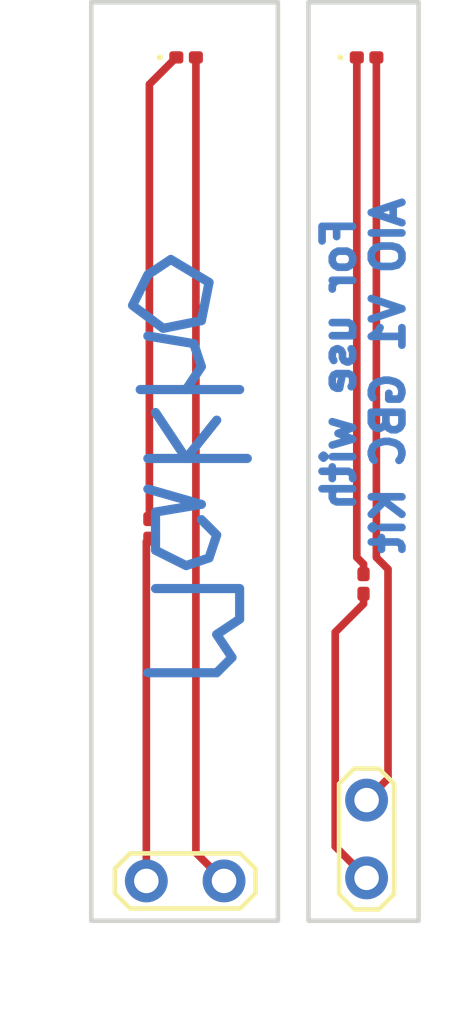
<source format=kicad_pcb>
(kicad_pcb (version 20171130) (host pcbnew 5.0.2-bee76a0~70~ubuntu18.10.1)

  (general
    (thickness 1.6)
    (drawings 9)
    (tracks 19)
    (zones 0)
    (modules 7)
    (nets 7)
  )

  (page A4)
  (layers
    (0 F.Cu signal)
    (31 B.Cu signal)
    (32 B.Adhes user)
    (33 F.Adhes user)
    (34 B.Paste user)
    (35 F.Paste user)
    (36 B.SilkS user)
    (37 F.SilkS user)
    (38 B.Mask user)
    (39 F.Mask user)
    (40 Dwgs.User user)
    (41 Cmts.User user)
    (42 Eco1.User user)
    (43 Eco2.User user)
    (44 Edge.Cuts user)
    (45 Margin user)
    (46 B.CrtYd user)
    (47 F.CrtYd user)
    (48 B.Fab user)
    (49 F.Fab user)
  )

  (setup
    (last_trace_width 0.25)
    (trace_clearance 0.2)
    (zone_clearance 0.508)
    (zone_45_only no)
    (trace_min 0.2)
    (segment_width 0.2)
    (edge_width 0.15)
    (via_size 0.8)
    (via_drill 0.4)
    (via_min_size 0.4)
    (via_min_drill 0.3)
    (uvia_size 0.3)
    (uvia_drill 0.1)
    (uvias_allowed no)
    (uvia_min_size 0.2)
    (uvia_min_drill 0.1)
    (pcb_text_width 0.3)
    (pcb_text_size 1.5 1.5)
    (mod_edge_width 0.15)
    (mod_text_size 1 1)
    (mod_text_width 0.15)
    (pad_size 1.524 1.524)
    (pad_drill 0.762)
    (pad_to_mask_clearance 0.051)
    (solder_mask_min_width 0.25)
    (aux_axis_origin 0 0)
    (visible_elements FFFFFF7F)
    (pcbplotparams
      (layerselection 0x010fc_ffffffff)
      (usegerberextensions false)
      (usegerberattributes false)
      (usegerberadvancedattributes false)
      (creategerberjobfile false)
      (excludeedgelayer true)
      (linewidth 0.100000)
      (plotframeref false)
      (viasonmask false)
      (mode 1)
      (useauxorigin false)
      (hpglpennumber 1)
      (hpglpenspeed 20)
      (hpglpendiameter 15.000000)
      (psnegative false)
      (psa4output false)
      (plotreference true)
      (plotvalue true)
      (plotinvisibletext false)
      (padsonsilk false)
      (subtractmaskfromsilk false)
      (outputformat 1)
      (mirror false)
      (drillshape 1)
      (scaleselection 1)
      (outputdirectory ""))
  )

  (net 0 "")
  (net 1 "Net-(D1-Pad1)")
  (net 2 "Net-(D1-Pad2)")
  (net 3 "Net-(D2-Pad2)")
  (net 4 "Net-(D2-Pad1)")
  (net 5 "Net-(R1-Pad2)")
  (net 6 "Net-(R2-Pad2)")

  (net_class Default "This is the default net class."
    (clearance 0.2)
    (trace_width 0.25)
    (via_dia 0.8)
    (via_drill 0.4)
    (uvia_dia 0.3)
    (uvia_drill 0.1)
    (add_net "Net-(D1-Pad1)")
    (add_net "Net-(D1-Pad2)")
    (add_net "Net-(D2-Pad1)")
    (add_net "Net-(D2-Pad2)")
    (add_net "Net-(R1-Pad2)")
    (add_net "Net-(R2-Pad2)")
  )

  (module LED_SMD:LED_0201_0603Metric (layer F.Cu) (tedit 5D59E083) (tstamp 5D666749)
    (at 127 61.8)
    (descr "LED SMD 0201 (0603 Metric), square (rectangular) end terminal, IPC_7351 nominal, (Body size source: https://www.vishay.com/docs/20052/crcw0201e3.pdf), generated with kicad-footprint-generator")
    (tags LED)
    (path /5D59DCCB)
    (attr smd)
    (fp_text reference D1 (at 0 -1.05) (layer F.SilkS) hide
      (effects (font (size 1 1) (thickness 0.15)))
    )
    (fp_text value LED (at 0 1.05) (layer F.Fab)
      (effects (font (size 1 1) (thickness 0.15)))
    )
    (fp_circle (center -0.86 0) (end -0.81 0) (layer F.SilkS) (width 0.1))
    (fp_line (start -0.3 0.15) (end -0.3 -0.15) (layer F.Fab) (width 0.1))
    (fp_line (start -0.3 -0.15) (end 0.3 -0.15) (layer F.Fab) (width 0.1))
    (fp_line (start 0.3 -0.15) (end 0.3 0.15) (layer F.Fab) (width 0.1))
    (fp_line (start 0.3 0.15) (end -0.3 0.15) (layer F.Fab) (width 0.1))
    (fp_line (start -0.2 0.15) (end -0.2 -0.15) (layer F.Fab) (width 0.1))
    (fp_line (start -0.1 0.15) (end -0.1 -0.15) (layer F.Fab) (width 0.1))
    (fp_line (start -0.7 0.35) (end -0.7 -0.35) (layer F.CrtYd) (width 0.05))
    (fp_line (start -0.7 -0.35) (end 0.7 -0.35) (layer F.CrtYd) (width 0.05))
    (fp_line (start 0.7 -0.35) (end 0.7 0.35) (layer F.CrtYd) (width 0.05))
    (fp_line (start 0.7 0.35) (end -0.7 0.35) (layer F.CrtYd) (width 0.05))
    (fp_text user %R (at 0 -0.68) (layer F.Fab)
      (effects (font (size 0.25 0.25) (thickness 0.04)))
    )
    (pad "" smd roundrect (at -0.345 0) (size 0.318 0.36) (layers F.Paste) (roundrect_rratio 0.25))
    (pad "" smd roundrect (at 0.345 0) (size 0.318 0.36) (layers F.Paste) (roundrect_rratio 0.25))
    (pad 1 smd roundrect (at -0.32 0) (size 0.46 0.4) (layers F.Cu F.Mask) (roundrect_rratio 0.25)
      (net 1 "Net-(D1-Pad1)"))
    (pad 2 smd roundrect (at 0.32 0) (size 0.46 0.4) (layers F.Cu F.Mask) (roundrect_rratio 0.25)
      (net 2 "Net-(D1-Pad2)"))
    (model ${KISYS3DMOD}/LED_SMD.3dshapes/LED_0201_0603Metric.wrl
      (at (xyz 0 0 0))
      (scale (xyz 1 1 1))
      (rotate (xyz 0 0 0))
    )
  )

  (module LED_SMD:LED_0201_0603Metric (layer F.Cu) (tedit 5D59E087) (tstamp 5D66675D)
    (at 121.1 61.8)
    (descr "LED SMD 0201 (0603 Metric), square (rectangular) end terminal, IPC_7351 nominal, (Body size source: https://www.vishay.com/docs/20052/crcw0201e3.pdf), generated with kicad-footprint-generator")
    (tags LED)
    (path /5D59DD18)
    (attr smd)
    (fp_text reference D2 (at 0 -1.05) (layer F.SilkS) hide
      (effects (font (size 1 1) (thickness 0.15)))
    )
    (fp_text value LED (at 0 1.05) (layer F.Fab)
      (effects (font (size 1 1) (thickness 0.15)))
    )
    (fp_text user %R (at 0 -0.68) (layer F.Fab)
      (effects (font (size 0.25 0.25) (thickness 0.04)))
    )
    (fp_line (start 0.7 0.35) (end -0.7 0.35) (layer F.CrtYd) (width 0.05))
    (fp_line (start 0.7 -0.35) (end 0.7 0.35) (layer F.CrtYd) (width 0.05))
    (fp_line (start -0.7 -0.35) (end 0.7 -0.35) (layer F.CrtYd) (width 0.05))
    (fp_line (start -0.7 0.35) (end -0.7 -0.35) (layer F.CrtYd) (width 0.05))
    (fp_line (start -0.1 0.15) (end -0.1 -0.15) (layer F.Fab) (width 0.1))
    (fp_line (start -0.2 0.15) (end -0.2 -0.15) (layer F.Fab) (width 0.1))
    (fp_line (start 0.3 0.15) (end -0.3 0.15) (layer F.Fab) (width 0.1))
    (fp_line (start 0.3 -0.15) (end 0.3 0.15) (layer F.Fab) (width 0.1))
    (fp_line (start -0.3 -0.15) (end 0.3 -0.15) (layer F.Fab) (width 0.1))
    (fp_line (start -0.3 0.15) (end -0.3 -0.15) (layer F.Fab) (width 0.1))
    (fp_circle (center -0.86 0) (end -0.81 0) (layer F.SilkS) (width 0.1))
    (pad 2 smd roundrect (at 0.32 0) (size 0.46 0.4) (layers F.Cu F.Mask) (roundrect_rratio 0.25)
      (net 3 "Net-(D2-Pad2)"))
    (pad 1 smd roundrect (at -0.32 0) (size 0.46 0.4) (layers F.Cu F.Mask) (roundrect_rratio 0.25)
      (net 4 "Net-(D2-Pad1)"))
    (pad "" smd roundrect (at 0.345 0) (size 0.318 0.36) (layers F.Paste) (roundrect_rratio 0.25))
    (pad "" smd roundrect (at -0.345 0) (size 0.318 0.36) (layers F.Paste) (roundrect_rratio 0.25))
    (model ${KISYS3DMOD}/LED_SMD.3dshapes/LED_0201_0603Metric.wrl
      (at (xyz 0 0 0))
      (scale (xyz 1 1 1))
      (rotate (xyz 0 0 0))
    )
  )

  (module Resistor_SMD:R_0201_0603Metric (layer F.Cu) (tedit 5D59E08E) (tstamp 5D66676E)
    (at 126.9 79 270)
    (descr "Resistor SMD 0201 (0603 Metric), square (rectangular) end terminal, IPC_7351 nominal, (Body size source: https://www.vishay.com/docs/20052/crcw0201e3.pdf), generated with kicad-footprint-generator")
    (tags resistor)
    (path /5D59DD69)
    (attr smd)
    (fp_text reference R1 (at 0 -1.05 270) (layer F.SilkS) hide
      (effects (font (size 1 1) (thickness 0.15)))
    )
    (fp_text value R (at 0 1.05 270) (layer F.Fab)
      (effects (font (size 1 1) (thickness 0.15)))
    )
    (fp_line (start -0.3 0.15) (end -0.3 -0.15) (layer F.Fab) (width 0.1))
    (fp_line (start -0.3 -0.15) (end 0.3 -0.15) (layer F.Fab) (width 0.1))
    (fp_line (start 0.3 -0.15) (end 0.3 0.15) (layer F.Fab) (width 0.1))
    (fp_line (start 0.3 0.15) (end -0.3 0.15) (layer F.Fab) (width 0.1))
    (fp_line (start -0.7 0.35) (end -0.7 -0.35) (layer F.CrtYd) (width 0.05))
    (fp_line (start -0.7 -0.35) (end 0.7 -0.35) (layer F.CrtYd) (width 0.05))
    (fp_line (start 0.7 -0.35) (end 0.7 0.35) (layer F.CrtYd) (width 0.05))
    (fp_line (start 0.7 0.35) (end -0.7 0.35) (layer F.CrtYd) (width 0.05))
    (fp_text user %R (at 0 -0.68 270) (layer F.Fab)
      (effects (font (size 0.25 0.25) (thickness 0.04)))
    )
    (pad "" smd roundrect (at -0.345 0 270) (size 0.318 0.36) (layers F.Paste) (roundrect_rratio 0.25))
    (pad "" smd roundrect (at 0.345 0 270) (size 0.318 0.36) (layers F.Paste) (roundrect_rratio 0.25))
    (pad 1 smd roundrect (at -0.32 0 270) (size 0.46 0.4) (layers F.Cu F.Mask) (roundrect_rratio 0.25)
      (net 1 "Net-(D1-Pad1)"))
    (pad 2 smd roundrect (at 0.32 0 270) (size 0.46 0.4) (layers F.Cu F.Mask) (roundrect_rratio 0.25)
      (net 5 "Net-(R1-Pad2)"))
    (model ${KISYS3DMOD}/Resistor_SMD.3dshapes/R_0201_0603Metric.wrl
      (at (xyz 0 0 0))
      (scale (xyz 1 1 1))
      (rotate (xyz 0 0 0))
    )
  )

  (module Resistor_SMD:R_0201_0603Metric (layer F.Cu) (tedit 5D59E09B) (tstamp 5D66677F)
    (at 119.9 77.2 270)
    (descr "Resistor SMD 0201 (0603 Metric), square (rectangular) end terminal, IPC_7351 nominal, (Body size source: https://www.vishay.com/docs/20052/crcw0201e3.pdf), generated with kicad-footprint-generator")
    (tags resistor)
    (path /5D59DDB4)
    (attr smd)
    (fp_text reference R2 (at 0 -1.05 270) (layer F.SilkS) hide
      (effects (font (size 1 1) (thickness 0.15)))
    )
    (fp_text value R (at 0 1.05 270) (layer F.Fab)
      (effects (font (size 1 1) (thickness 0.15)))
    )
    (fp_text user %R (at 0 -0.68 270) (layer F.Fab)
      (effects (font (size 0.25 0.25) (thickness 0.04)))
    )
    (fp_line (start 0.7 0.35) (end -0.7 0.35) (layer F.CrtYd) (width 0.05))
    (fp_line (start 0.7 -0.35) (end 0.7 0.35) (layer F.CrtYd) (width 0.05))
    (fp_line (start -0.7 -0.35) (end 0.7 -0.35) (layer F.CrtYd) (width 0.05))
    (fp_line (start -0.7 0.35) (end -0.7 -0.35) (layer F.CrtYd) (width 0.05))
    (fp_line (start 0.3 0.15) (end -0.3 0.15) (layer F.Fab) (width 0.1))
    (fp_line (start 0.3 -0.15) (end 0.3 0.15) (layer F.Fab) (width 0.1))
    (fp_line (start -0.3 -0.15) (end 0.3 -0.15) (layer F.Fab) (width 0.1))
    (fp_line (start -0.3 0.15) (end -0.3 -0.15) (layer F.Fab) (width 0.1))
    (pad 2 smd roundrect (at 0.32 0 270) (size 0.46 0.4) (layers F.Cu F.Mask) (roundrect_rratio 0.25)
      (net 6 "Net-(R2-Pad2)"))
    (pad 1 smd roundrect (at -0.32 0 270) (size 0.46 0.4) (layers F.Cu F.Mask) (roundrect_rratio 0.25)
      (net 4 "Net-(D2-Pad1)"))
    (pad "" smd roundrect (at 0.345 0 270) (size 0.318 0.36) (layers F.Paste) (roundrect_rratio 0.25))
    (pad "" smd roundrect (at -0.345 0 270) (size 0.318 0.36) (layers F.Paste) (roundrect_rratio 0.25))
    (model ${KISYS3DMOD}/Resistor_SMD.3dshapes/R_0201_0603Metric.wrl
      (at (xyz 0 0 0))
      (scale (xyz 1 1 1))
      (rotate (xyz 0 0 0))
    )
  )

  (module TestPoint:TestPoint_2Pads_Pitch2.54mm_Drill0.8mm (layer F.Cu) (tedit 5D59E093) (tstamp 5D666796)
    (at 127 88.6 90)
    (descr "Test point with 2 pins, pitch 2.54mm, drill diameter 0.8mm")
    (tags "CONN DEV")
    (path /5D59DE89)
    (attr virtual)
    (fp_text reference TP1 (at 1.3 -2 90) (layer F.SilkS) hide
      (effects (font (size 1 1) (thickness 0.15)))
    )
    (fp_text value TestPoint_2Pole (at 1.27 2 90) (layer F.Fab)
      (effects (font (size 1 1) (thickness 0.15)))
    )
    (fp_text user %R (at 1.3 -2 90) (layer F.Fab)
      (effects (font (size 1 1) (thickness 0.15)))
    )
    (fp_line (start -0.65 1.15) (end 3.15 1.15) (layer F.CrtYd) (width 0.05))
    (fp_line (start 3.15 1.15) (end 3.8 0.5) (layer F.CrtYd) (width 0.05))
    (fp_line (start 3.8 0.5) (end 3.8 -0.5) (layer F.CrtYd) (width 0.05))
    (fp_line (start 3.8 -0.5) (end 3.15 -1.15) (layer F.CrtYd) (width 0.05))
    (fp_line (start 3.15 -1.15) (end -0.65 -1.15) (layer F.CrtYd) (width 0.05))
    (fp_line (start -0.65 -1.15) (end -1.3 -0.5) (layer F.CrtYd) (width 0.05))
    (fp_line (start -1.3 -0.5) (end -1.3 0.5) (layer F.CrtYd) (width 0.05))
    (fp_line (start -1.3 0.5) (end -0.65 1.15) (layer F.CrtYd) (width 0.05))
    (fp_line (start -0.53 -0.9) (end 3.07 -0.9) (layer F.SilkS) (width 0.15))
    (fp_line (start 3.07 -0.9) (end 3.57 -0.4) (layer F.SilkS) (width 0.15))
    (fp_line (start 3.57 -0.4) (end 3.57 0.4) (layer F.SilkS) (width 0.15))
    (fp_line (start 3.57 0.4) (end 3.07 0.9) (layer F.SilkS) (width 0.15))
    (fp_line (start 3.07 0.9) (end -0.53 0.9) (layer F.SilkS) (width 0.15))
    (fp_line (start -0.53 0.9) (end -1.03 0.4) (layer F.SilkS) (width 0.15))
    (fp_line (start -1.03 0.4) (end -1.03 -0.4) (layer F.SilkS) (width 0.15))
    (fp_line (start -1.03 -0.4) (end -0.53 -0.9) (layer F.SilkS) (width 0.15))
    (pad 1 thru_hole circle (at 0 0 90) (size 1.4 1.4) (drill 0.8) (layers *.Cu *.Mask)
      (net 5 "Net-(R1-Pad2)"))
    (pad 2 thru_hole circle (at 2.54 0 90) (size 1.4 1.4) (drill 0.8) (layers *.Cu *.Mask)
      (net 2 "Net-(D1-Pad2)"))
  )

  (module TestPoint:TestPoint_2Pads_Pitch2.54mm_Drill0.8mm (layer F.Cu) (tedit 5D59E097) (tstamp 5D6667AD)
    (at 119.8 88.7)
    (descr "Test point with 2 pins, pitch 2.54mm, drill diameter 0.8mm")
    (tags "CONN DEV")
    (path /5D59DEFA)
    (attr virtual)
    (fp_text reference TP2 (at 1.3 -2) (layer F.SilkS) hide
      (effects (font (size 1 1) (thickness 0.15)))
    )
    (fp_text value TestPoint_2Pole (at 1.27 2) (layer F.Fab)
      (effects (font (size 1 1) (thickness 0.15)))
    )
    (fp_line (start -1.03 -0.4) (end -0.53 -0.9) (layer F.SilkS) (width 0.15))
    (fp_line (start -1.03 0.4) (end -1.03 -0.4) (layer F.SilkS) (width 0.15))
    (fp_line (start -0.53 0.9) (end -1.03 0.4) (layer F.SilkS) (width 0.15))
    (fp_line (start 3.07 0.9) (end -0.53 0.9) (layer F.SilkS) (width 0.15))
    (fp_line (start 3.57 0.4) (end 3.07 0.9) (layer F.SilkS) (width 0.15))
    (fp_line (start 3.57 -0.4) (end 3.57 0.4) (layer F.SilkS) (width 0.15))
    (fp_line (start 3.07 -0.9) (end 3.57 -0.4) (layer F.SilkS) (width 0.15))
    (fp_line (start -0.53 -0.9) (end 3.07 -0.9) (layer F.SilkS) (width 0.15))
    (fp_line (start -1.3 0.5) (end -0.65 1.15) (layer F.CrtYd) (width 0.05))
    (fp_line (start -1.3 -0.5) (end -1.3 0.5) (layer F.CrtYd) (width 0.05))
    (fp_line (start -0.65 -1.15) (end -1.3 -0.5) (layer F.CrtYd) (width 0.05))
    (fp_line (start 3.15 -1.15) (end -0.65 -1.15) (layer F.CrtYd) (width 0.05))
    (fp_line (start 3.8 -0.5) (end 3.15 -1.15) (layer F.CrtYd) (width 0.05))
    (fp_line (start 3.8 0.5) (end 3.8 -0.5) (layer F.CrtYd) (width 0.05))
    (fp_line (start 3.15 1.15) (end 3.8 0.5) (layer F.CrtYd) (width 0.05))
    (fp_line (start -0.65 1.15) (end 3.15 1.15) (layer F.CrtYd) (width 0.05))
    (fp_text user %R (at 1.3 -2) (layer F.Fab)
      (effects (font (size 1 1) (thickness 0.15)))
    )
    (pad 2 thru_hole circle (at 2.54 0) (size 1.4 1.4) (drill 0.8) (layers *.Cu *.Mask)
      (net 3 "Net-(D2-Pad2)"))
    (pad 1 thru_hole circle (at 0 0) (size 1.4 1.4) (drill 0.8) (layers *.Cu *.Mask)
      (net 6 "Net-(R2-Pad2)"))
  )

  (module misc_footprints:makho (layer B.Cu) (tedit 5CEA0DD7) (tstamp 5D667192)
    (at 121.1 75.4 90)
    (fp_text reference REF** (at -3 -4 90) (layer B.SilkS) hide
      (effects (font (size 1 1) (thickness 0.15)) (justify mirror))
    )
    (fp_text value makho (at 0 3.25 90) (layer B.Fab)
      (effects (font (size 1 1) (thickness 0.15)) (justify mirror))
    )
    (fp_line (start 7 -0.5) (end 6.25 0.75) (layer B.Cu) (width 0.3))
    (fp_line (start 6.5 -1.25) (end 7 -0.5) (layer B.Cu) (width 0.3))
    (fp_line (start 5.5 -1.75) (end 6.5 -1.25) (layer B.Cu) (width 0.3))
    (fp_line (start 4.75 -0.75) (end 5.5 -1.75) (layer B.Cu) (width 0.3))
    (fp_line (start 5 0.5) (end 4.75 -0.75) (layer B.Cu) (width 0.3))
    (fp_line (start 6.25 0.75) (end 5 0.5) (layer B.Cu) (width 0.3))
    (fp_line (start 4.25 0.25) (end 4.5 -1.25) (layer B.Cu) (width 0.3))
    (fp_line (start 3.5 0.5) (end 4.25 0.25) (layer B.Cu) (width 0.3))
    (fp_line (start 2.75 0) (end 3.5 0.5) (layer B.Cu) (width 0.3))
    (fp_line (start 2.75 1.75) (end 2.75 -1.5) (layer B.Cu) (width 0.3))
    (fp_line (start 0.5 0) (end 2 -1) (layer B.Cu) (width 0.3))
    (fp_line (start 1.75 1) (end 0.5 0) (layer B.Cu) (width 0.3))
    (fp_line (start 0.5 2) (end 0.5 -1.25) (layer B.Cu) (width 0.3))
    (fp_line (start -1 0.5) (end -0.5 -1.25) (layer B.Cu) (width 0.3))
    (fp_line (start -1.25 -1) (end -1 0.5) (layer B.Cu) (width 0.3))
    (fp_line (start -2.5 -1) (end -1.25 -1) (layer B.Cu) (width 0.3))
    (fp_line (start -3 0) (end -2.5 -1) (layer B.Cu) (width 0.3))
    (fp_line (start -2.75 0.75) (end -3 0) (layer B.Cu) (width 0.3))
    (fp_line (start -2 1) (end -2.75 0.75) (layer B.Cu) (width 0.3))
    (fp_line (start -1.5 0.5) (end -2 1) (layer B.Cu) (width 0.3))
    (fp_line (start -3.75 1.75) (end -3.75 -1) (layer B.Cu) (width 0.3))
    (fp_line (start -4.75 1.75) (end -3.75 1.75) (layer B.Cu) (width 0.3))
    (fp_line (start -5.25 1) (end -4.75 1.75) (layer B.Cu) (width 0.3))
    (fp_line (start -6 1.5) (end -5.25 1) (layer B.Cu) (width 0.3))
    (fp_line (start -6.5 1) (end -6 1.5) (layer B.Cu) (width 0.3))
    (fp_line (start -6.5 -1.25) (end -6.5 1) (layer B.Cu) (width 0.3))
    (fp_line (start -7.5 -2.5) (end 7.5 -2.5) (layer Dwgs.User) (width 0.15))
    (fp_line (start 7.5 -2.5) (end 7.5 2.5) (layer Dwgs.User) (width 0.15))
    (fp_line (start -7.5 2.5) (end 7.5 2.5) (layer Dwgs.User) (width 0.15))
    (fp_line (start -7.5 2.5) (end -7.5 -2.5) (layer Dwgs.User) (width 0.15))
  )

  (gr_text "For use with \nAIO V1 GBC Kit" (at 126.9 72.2 90) (layer B.Cu)
    (effects (font (size 1 1) (thickness 0.25)) (justify mirror))
  )
  (gr_line (start 125.1 90) (end 128.7 90) (layer Edge.Cuts) (width 0.15) (tstamp 5D66695A))
  (gr_line (start 125.1 60) (end 128.7 60) (layer Edge.Cuts) (width 0.15))
  (gr_line (start 128.7 90) (end 128.7 60) (layer Edge.Cuts) (width 0.15) (tstamp 5D666952))
  (gr_line (start 125.1 90) (end 125.1 60) (layer Edge.Cuts) (width 0.15) (tstamp 5D666948))
  (gr_line (start 124.1 60) (end 118 60) (layer Edge.Cuts) (width 0.15))
  (gr_line (start 124.1 90) (end 124.1 60) (layer Edge.Cuts) (width 0.15))
  (gr_line (start 118 90) (end 124.1 90) (layer Edge.Cuts) (width 0.15))
  (gr_line (start 118 60) (end 118 90) (layer Edge.Cuts) (width 0.15))

  (segment (start 126.68 62.1) (end 126.68 61.8) (width 0.25) (layer F.Cu) (net 1))
  (segment (start 126.68 78.13) (end 126.68 62.1) (width 0.25) (layer F.Cu) (net 1))
  (segment (start 126.9 78.35) (end 126.68 78.13) (width 0.25) (layer F.Cu) (net 1))
  (segment (start 126.9 78.68) (end 126.9 78.35) (width 0.25) (layer F.Cu) (net 1))
  (segment (start 127.699999 85.360001) (end 127 86.06) (width 0.25) (layer F.Cu) (net 2))
  (segment (start 127.699999 78.513589) (end 127.699999 85.360001) (width 0.25) (layer F.Cu) (net 2))
  (segment (start 127.32 78.13359) (end 127.699999 78.513589) (width 0.25) (layer F.Cu) (net 2))
  (segment (start 127.32 61.8) (end 127.32 78.13359) (width 0.25) (layer F.Cu) (net 2))
  (segment (start 121.42 87.78) (end 122.34 88.7) (width 0.25) (layer F.Cu) (net 3))
  (segment (start 121.42 61.8) (end 121.42 87.78) (width 0.25) (layer F.Cu) (net 3))
  (segment (start 119.9 62.68) (end 120.78 61.8) (width 0.25) (layer F.Cu) (net 4))
  (segment (start 119.9 76.88) (end 119.9 62.68) (width 0.25) (layer F.Cu) (net 4))
  (segment (start 125.974999 87.574999) (end 126.300001 87.900001) (width 0.25) (layer F.Cu) (net 5))
  (segment (start 125.974999 80.575001) (end 125.974999 87.574999) (width 0.25) (layer F.Cu) (net 5))
  (segment (start 126.300001 87.900001) (end 127 88.6) (width 0.25) (layer F.Cu) (net 5))
  (segment (start 126.9 79.65) (end 125.974999 80.575001) (width 0.25) (layer F.Cu) (net 5))
  (segment (start 126.9 79.32) (end 126.9 79.65) (width 0.25) (layer F.Cu) (net 5))
  (segment (start 119.8 77.62) (end 119.9 77.52) (width 0.25) (layer F.Cu) (net 6))
  (segment (start 119.8 88.7) (end 119.8 77.62) (width 0.25) (layer F.Cu) (net 6))

)

</source>
